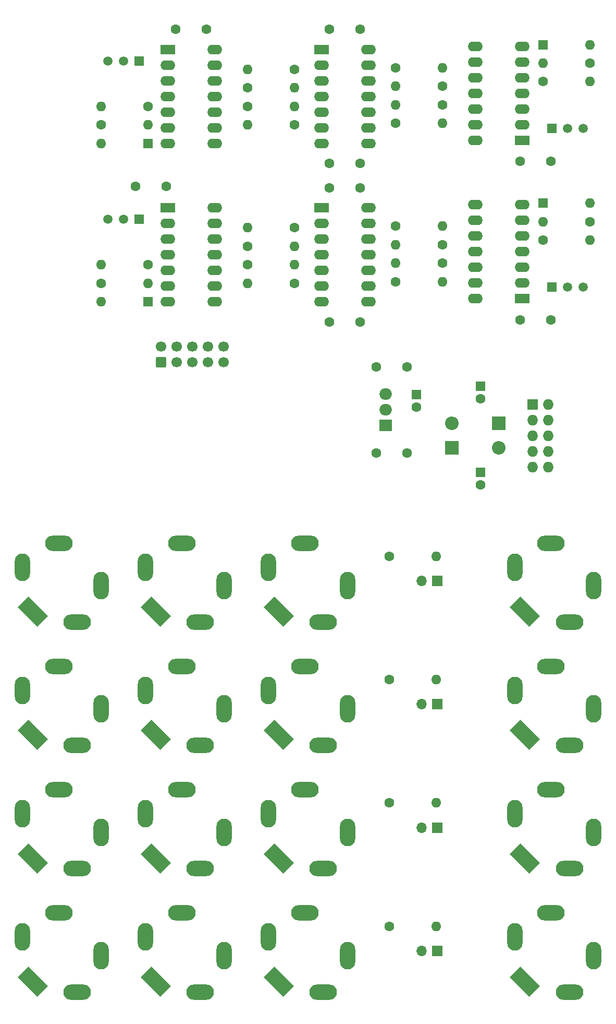
<source format=gbr>
%TF.GenerationSoftware,KiCad,Pcbnew,7.0.2*%
%TF.CreationDate,2024-01-15T01:52:41-05:00*%
%TF.ProjectId,ADSR Main Pcb,41445352-204d-4616-996e-205063622e6b,rev?*%
%TF.SameCoordinates,Original*%
%TF.FileFunction,Soldermask,Bot*%
%TF.FilePolarity,Negative*%
%FSLAX46Y46*%
G04 Gerber Fmt 4.6, Leading zero omitted, Abs format (unit mm)*
G04 Created by KiCad (PCBNEW 7.0.2) date 2024-01-15 01:52:41*
%MOMM*%
%LPD*%
G01*
G04 APERTURE LIST*
G04 Aperture macros list*
%AMRoundRect*
0 Rectangle with rounded corners*
0 $1 Rounding radius*
0 $2 $3 $4 $5 $6 $7 $8 $9 X,Y pos of 4 corners*
0 Add a 4 corners polygon primitive as box body*
4,1,4,$2,$3,$4,$5,$6,$7,$8,$9,$2,$3,0*
0 Add four circle primitives for the rounded corners*
1,1,$1+$1,$2,$3*
1,1,$1+$1,$4,$5*
1,1,$1+$1,$6,$7*
1,1,$1+$1,$8,$9*
0 Add four rect primitives between the rounded corners*
20,1,$1+$1,$2,$3,$4,$5,0*
20,1,$1+$1,$4,$5,$6,$7,0*
20,1,$1+$1,$6,$7,$8,$9,0*
20,1,$1+$1,$8,$9,$2,$3,0*%
%AMRotRect*
0 Rectangle, with rotation*
0 The origin of the aperture is its center*
0 $1 length*
0 $2 width*
0 $3 Rotation angle, in degrees counterclockwise*
0 Add horizontal line*
21,1,$1,$2,0,0,$3*%
G04 Aperture macros list end*
%ADD10R,1.500000X1.500000*%
%ADD11C,1.500000*%
%ADD12C,1.600000*%
%ADD13O,1.600000X1.600000*%
%ADD14R,2.400000X1.600000*%
%ADD15O,2.400000X1.600000*%
%ADD16R,1.600000X1.600000*%
%ADD17R,2.200000X2.200000*%
%ADD18O,2.200000X2.200000*%
%ADD19RoundRect,0.250000X0.600000X-0.600000X0.600000X0.600000X-0.600000X0.600000X-0.600000X-0.600000X0*%
%ADD20C,1.700000*%
%ADD21R,1.727200X1.727200*%
%ADD22O,1.727200X1.727200*%
%ADD23R,2.000000X1.905000*%
%ADD24O,2.000000X1.905000*%
%ADD25O,4.500001X2.500000*%
%ADD26O,2.500001X4.500001*%
%ADD27RotRect,4.500001X2.500001X135.000000*%
%ADD28O,2.500000X4.500000*%
%ADD29O,4.500000X2.500000*%
%ADD30R,1.700000X1.700000*%
%ADD31O,1.700000X1.700000*%
G04 APERTURE END LIST*
D10*
%TO.C,Q1*%
X67540000Y-35640000D03*
D11*
X65000000Y-35640000D03*
X62460000Y-35640000D03*
%TD*%
D12*
%TO.C,C17*%
X134500000Y-77650000D03*
X129500000Y-77650000D03*
%TD*%
%TO.C,R22*%
X108190000Y-136000000D03*
D13*
X115810000Y-136000000D03*
%TD*%
D12*
%TO.C,R36*%
X108190000Y-176000000D03*
D13*
X115810000Y-176000000D03*
%TD*%
D12*
%TO.C,R20*%
X116810000Y-39750000D03*
D13*
X109190000Y-39750000D03*
%TD*%
D14*
%TO.C,U3*%
X72200000Y-59460000D03*
D15*
X72200000Y-62000000D03*
X72200000Y-64540000D03*
X72200000Y-67080000D03*
X72200000Y-69620000D03*
X72200000Y-72160000D03*
X72200000Y-74700000D03*
X79820000Y-74700000D03*
X79820000Y-72160000D03*
X79820000Y-69620000D03*
X79820000Y-67080000D03*
X79820000Y-64540000D03*
X79820000Y-62000000D03*
X79820000Y-59460000D03*
%TD*%
D12*
%TO.C,R24*%
X140810000Y-61700000D03*
D13*
X133190000Y-61700000D03*
%TD*%
D14*
%TO.C,U4*%
X129800000Y-74190000D03*
D15*
X129800000Y-71650000D03*
X129800000Y-69110000D03*
X129800000Y-66570000D03*
X129800000Y-64030000D03*
X129800000Y-61490000D03*
X129800000Y-58950000D03*
X122180000Y-58950000D03*
X122180000Y-61490000D03*
X122180000Y-64030000D03*
X122180000Y-66570000D03*
X122180000Y-69110000D03*
X122180000Y-71650000D03*
X122180000Y-74190000D03*
%TD*%
D12*
%TO.C,R28*%
X116810000Y-68450000D03*
D13*
X109190000Y-68450000D03*
%TD*%
D12*
%TO.C,R26*%
X133190000Y-64700000D03*
D13*
X140810000Y-64700000D03*
%TD*%
D16*
%TO.C,D6*%
X133190000Y-58700000D03*
D13*
X140810000Y-58700000D03*
%TD*%
D10*
%TO.C,Q2*%
X134650000Y-46610000D03*
D11*
X137190000Y-46610000D03*
X139730000Y-46610000D03*
%TD*%
D12*
%TO.C,R33*%
X92810000Y-71700000D03*
D13*
X85190000Y-71700000D03*
%TD*%
D17*
%TO.C,D2*%
X118380000Y-98410000D03*
D18*
X126000000Y-98410000D03*
%TD*%
D12*
%TO.C,R11*%
X85190000Y-43000000D03*
D13*
X92810000Y-43000000D03*
%TD*%
D10*
%TO.C,Q3*%
X67540000Y-61340000D03*
D11*
X65000000Y-61340000D03*
X62460000Y-61340000D03*
%TD*%
D16*
%TO.C,D1*%
X69000000Y-49000000D03*
D13*
X61380000Y-49000000D03*
%TD*%
D12*
%TO.C,R29*%
X92810000Y-62700000D03*
D13*
X85190000Y-62700000D03*
%TD*%
D12*
%TO.C,R27*%
X85190000Y-65700000D03*
D13*
X92810000Y-65700000D03*
%TD*%
D16*
%TO.C,D4*%
X133190000Y-33000000D03*
D13*
X140810000Y-33000000D03*
%TD*%
D12*
%TO.C,C15*%
X134500000Y-51950000D03*
X129500000Y-51950000D03*
%TD*%
%TO.C,R25*%
X69000000Y-68700000D03*
D13*
X61380000Y-68700000D03*
%TD*%
D16*
%TO.C,C9*%
X123000000Y-88410000D03*
D12*
X123000000Y-90410000D03*
%TD*%
%TO.C,C18*%
X98500000Y-56200000D03*
X103500000Y-56200000D03*
%TD*%
D14*
%TO.C,U6*%
X97200000Y-59460000D03*
D15*
X97200000Y-62000000D03*
X97200000Y-64540000D03*
X97200000Y-67080000D03*
X97200000Y-69620000D03*
X97200000Y-72160000D03*
X97200000Y-74700000D03*
X104820000Y-74700000D03*
X104820000Y-72160000D03*
X104820000Y-69620000D03*
X104820000Y-67080000D03*
X104820000Y-64540000D03*
X104820000Y-62000000D03*
X104820000Y-59460000D03*
%TD*%
D12*
%TO.C,R18*%
X116810000Y-42750000D03*
D13*
X109190000Y-42750000D03*
%TD*%
D16*
%TO.C,C8*%
X123000000Y-102410000D03*
D12*
X123000000Y-104410000D03*
%TD*%
%TO.C,C14*%
X98500000Y-30500000D03*
X103500000Y-30500000D03*
%TD*%
%TO.C,C13*%
X98500000Y-52250000D03*
X103500000Y-52250000D03*
%TD*%
%TO.C,R23*%
X61380000Y-71700000D03*
D13*
X69000000Y-71700000D03*
%TD*%
D12*
%TO.C,R21*%
X109190000Y-36750000D03*
D13*
X116810000Y-36750000D03*
%TD*%
D14*
%TO.C,U1*%
X72200000Y-33760000D03*
D15*
X72200000Y-36300000D03*
X72200000Y-38840000D03*
X72200000Y-41380000D03*
X72200000Y-43920000D03*
X72200000Y-46460000D03*
X72200000Y-49000000D03*
X79820000Y-49000000D03*
X79820000Y-46460000D03*
X79820000Y-43920000D03*
X79820000Y-41380000D03*
X79820000Y-38840000D03*
X79820000Y-36300000D03*
X79820000Y-33760000D03*
%TD*%
D12*
%TO.C,R19*%
X109190000Y-45750000D03*
D13*
X116810000Y-45750000D03*
%TD*%
D12*
%TO.C,C19*%
X98500000Y-77950000D03*
X103500000Y-77950000D03*
%TD*%
%TO.C,R16*%
X140810000Y-36000000D03*
D13*
X133190000Y-36000000D03*
%TD*%
D12*
%TO.C,R34*%
X109190000Y-62450000D03*
D13*
X116810000Y-62450000D03*
%TD*%
D16*
%TO.C,D5*%
X69000000Y-74700000D03*
D13*
X61380000Y-74700000D03*
%TD*%
D12*
%TO.C,R32*%
X116810000Y-65450000D03*
D13*
X109190000Y-65450000D03*
%TD*%
D12*
%TO.C,R31*%
X85190000Y-68700000D03*
D13*
X92810000Y-68700000D03*
%TD*%
D10*
%TO.C,Q4*%
X134650000Y-72310000D03*
D11*
X137190000Y-72310000D03*
X139730000Y-72310000D03*
%TD*%
D19*
%TO.C,NOT POWER*%
X71170000Y-84502500D03*
D20*
X71170000Y-81962500D03*
X73710000Y-84502500D03*
X73710000Y-81962500D03*
X76250000Y-84502500D03*
X76250000Y-81962500D03*
X78790000Y-84502500D03*
X78790000Y-81962500D03*
X81330000Y-84502500D03*
X81330000Y-81962500D03*
%TD*%
D12*
%TO.C,C7*%
X78500000Y-30500000D03*
X73500000Y-30500000D03*
%TD*%
%TO.C,R15*%
X108190000Y-116000000D03*
D13*
X115810000Y-116000000D03*
%TD*%
D14*
%TO.C,U2*%
X129800000Y-48490000D03*
D15*
X129800000Y-45950000D03*
X129800000Y-43410000D03*
X129800000Y-40870000D03*
X129800000Y-38330000D03*
X129800000Y-35790000D03*
X129800000Y-33250000D03*
X122180000Y-33250000D03*
X122180000Y-35790000D03*
X122180000Y-38330000D03*
X122180000Y-40870000D03*
X122180000Y-43410000D03*
X122180000Y-45950000D03*
X122180000Y-48490000D03*
%TD*%
D12*
%TO.C,R12*%
X92810000Y-46000000D03*
D13*
X85190000Y-46000000D03*
%TD*%
D12*
%TO.C,C11*%
X111129000Y-85266000D03*
X106129000Y-85266000D03*
%TD*%
D21*
%TO.C,J9*%
X131460000Y-91330000D03*
D22*
X134000000Y-91330000D03*
X131460000Y-93870000D03*
X134000000Y-93870000D03*
X131460000Y-96410000D03*
X134000000Y-96410000D03*
X131460000Y-98950000D03*
X134000000Y-98950000D03*
X131460000Y-101490000D03*
X134000000Y-101490000D03*
%TD*%
D12*
%TO.C,R13*%
X85190000Y-40000000D03*
D13*
X92810000Y-40000000D03*
%TD*%
D12*
%TO.C,R35*%
X108190000Y-156000000D03*
D13*
X115810000Y-156000000D03*
%TD*%
D12*
%TO.C,C16*%
X67000000Y-55950000D03*
X72000000Y-55950000D03*
%TD*%
%TO.C,R30*%
X109190000Y-71450000D03*
D13*
X116810000Y-71450000D03*
%TD*%
D12*
%TO.C,R14*%
X92810000Y-37000000D03*
D13*
X85190000Y-37000000D03*
%TD*%
D12*
%TO.C,C12*%
X106129000Y-99266000D03*
X111129000Y-99266000D03*
%TD*%
D17*
%TO.C,D3*%
X126000000Y-94410000D03*
D18*
X118380000Y-94410000D03*
%TD*%
D23*
%TO.C,U7*%
X107629000Y-94766000D03*
D24*
X107629000Y-92226000D03*
X107629000Y-89686000D03*
%TD*%
D16*
%TO.C,C10*%
X112629000Y-89766000D03*
D12*
X112629000Y-91766000D03*
%TD*%
%TO.C,R10*%
X61380000Y-46000000D03*
D13*
X69000000Y-46000000D03*
%TD*%
D12*
%TO.C,R17*%
X133190000Y-39000000D03*
D13*
X140810000Y-39000000D03*
%TD*%
D14*
%TO.C,U5*%
X97200000Y-33760000D03*
D15*
X97200000Y-36300000D03*
X97200000Y-38840000D03*
X97200000Y-41380000D03*
X97200000Y-43920000D03*
X97200000Y-46460000D03*
X97200000Y-49000000D03*
X104820000Y-49000000D03*
X104820000Y-46460000D03*
X104820000Y-43920000D03*
X104820000Y-41380000D03*
X104820000Y-38840000D03*
X104820000Y-36300000D03*
X104820000Y-33760000D03*
%TD*%
D12*
%TO.C,R9*%
X69000000Y-43000000D03*
D13*
X61380000Y-43000000D03*
%TD*%
D25*
%TO.C,IN C*%
X134500000Y-153860000D03*
D26*
X128600000Y-157760000D03*
D27*
X130260000Y-165000000D03*
D28*
X141400000Y-160760000D03*
D29*
X137500000Y-166660000D03*
%TD*%
D25*
%TO.C,OUT D1*%
X54500000Y-173860000D03*
D26*
X48600000Y-177760000D03*
D27*
X50260000Y-185000000D03*
D28*
X61400000Y-180760000D03*
D29*
X57500000Y-186660000D03*
%TD*%
D25*
%TO.C,IN B*%
X134500000Y-133860000D03*
D26*
X128600000Y-137760000D03*
D27*
X130260000Y-145000000D03*
D28*
X141400000Y-140760000D03*
D29*
X137500000Y-146660000D03*
%TD*%
D25*
%TO.C,OUT A-*%
X94500000Y-113860000D03*
D26*
X88600000Y-117760000D03*
D27*
X90260000Y-125000000D03*
D28*
X101400000Y-120760000D03*
D29*
X97500000Y-126660000D03*
%TD*%
D25*
%TO.C,OUT C2*%
X74500000Y-153860000D03*
D26*
X68600000Y-157760000D03*
D27*
X70260000Y-165000000D03*
D28*
X81400000Y-160760000D03*
D29*
X77500000Y-166660000D03*
%TD*%
D25*
%TO.C,OUT B1*%
X54500000Y-133860000D03*
D26*
X48600000Y-137760000D03*
D27*
X50260000Y-145000000D03*
D28*
X61400000Y-140760000D03*
D29*
X57500000Y-146660000D03*
%TD*%
D25*
%TO.C,OUT A1*%
X54500000Y-113860000D03*
D26*
X48600000Y-117760000D03*
D27*
X50260000Y-125000000D03*
D28*
X61400000Y-120760000D03*
D29*
X57500000Y-126660000D03*
%TD*%
D30*
%TO.C,LED A*%
X116000000Y-120000000D03*
D31*
X113460000Y-120000000D03*
%TD*%
D25*
%TO.C,OUT D2*%
X74500000Y-173860000D03*
D26*
X68600000Y-177760000D03*
D27*
X70260000Y-185000000D03*
D28*
X81400000Y-180760000D03*
D29*
X77500000Y-186660000D03*
%TD*%
D30*
%TO.C,LED D*%
X116000000Y-180000000D03*
D31*
X113460000Y-180000000D03*
%TD*%
D30*
%TO.C,LED B*%
X116000000Y-140000000D03*
D31*
X113460000Y-140000000D03*
%TD*%
D25*
%TO.C,IN D*%
X134500000Y-173860000D03*
D26*
X128600000Y-177760000D03*
D27*
X130260000Y-185000000D03*
D28*
X141400000Y-180760000D03*
D29*
X137500000Y-186660000D03*
%TD*%
D25*
%TO.C,OUT C-*%
X94500000Y-153860000D03*
D26*
X88600000Y-157760000D03*
D27*
X90260000Y-165000000D03*
D28*
X101400000Y-160760000D03*
D29*
X97500000Y-166660000D03*
%TD*%
D25*
%TO.C,OUT B-*%
X94500000Y-133860000D03*
D26*
X88600000Y-137760000D03*
D27*
X90260000Y-145000000D03*
D28*
X101400000Y-140760000D03*
D29*
X97500000Y-146660000D03*
%TD*%
D25*
%TO.C,IN A*%
X134500000Y-113860000D03*
D26*
X128600000Y-117760000D03*
D27*
X130260000Y-125000000D03*
D28*
X141400000Y-120760000D03*
D29*
X137500000Y-126660000D03*
%TD*%
D25*
%TO.C,OUT B2*%
X74500000Y-133860000D03*
D26*
X68600000Y-137760000D03*
D27*
X70260000Y-145000000D03*
D28*
X81400000Y-140760000D03*
D29*
X77500000Y-146660000D03*
%TD*%
D30*
%TO.C,LED C*%
X116000000Y-160000000D03*
D31*
X113460000Y-160000000D03*
%TD*%
D25*
%TO.C,OUT C1*%
X54500000Y-153860000D03*
D26*
X48600000Y-157760000D03*
D27*
X50260000Y-165000000D03*
D28*
X61400000Y-160760000D03*
D29*
X57500000Y-166660000D03*
%TD*%
D25*
%TO.C,OUT A2*%
X74500000Y-113860000D03*
D26*
X68600000Y-117760000D03*
D27*
X70260000Y-125000000D03*
D28*
X81400000Y-120760000D03*
D29*
X77500000Y-126660000D03*
%TD*%
D25*
%TO.C,OUT D-*%
X94500000Y-173860000D03*
D26*
X88600000Y-177760000D03*
D27*
X90260000Y-185000000D03*
D28*
X101400000Y-180760000D03*
D29*
X97500000Y-186660000D03*
%TD*%
M02*

</source>
